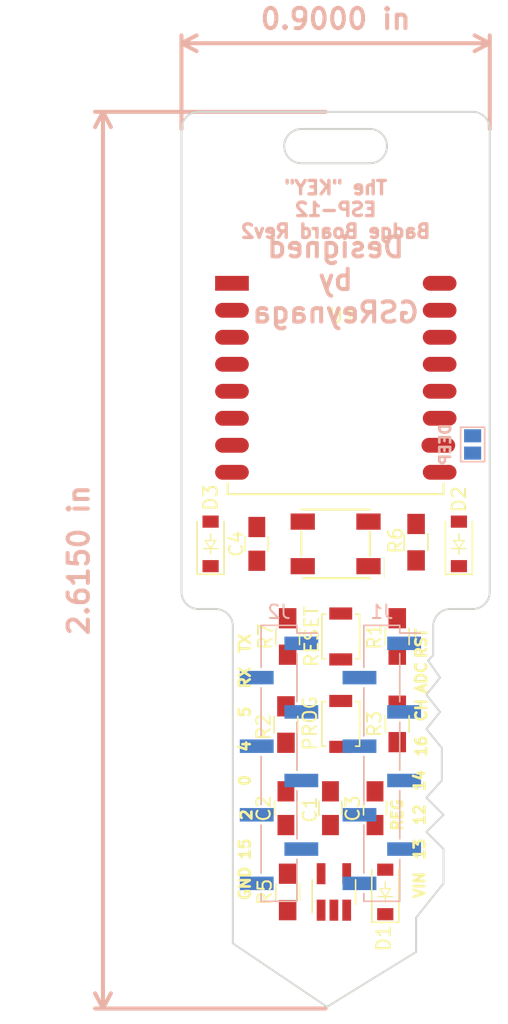
<source format=kicad_pcb>
(kicad_pcb (version 20171130) (host pcbnew 5.0-dev-unknown-d043ef5~62~ubuntu16.04.1)

  (general
    (thickness 1.6)
    (drawings 61)
    (tracks 0)
    (zones 0)
    (modules 21)
    (nets 24)
  )

  (page A4)
  (layers
    (0 F.Cu signal)
    (31 B.Cu signal)
    (32 B.Adhes user)
    (33 F.Adhes user)
    (34 B.Paste user)
    (35 F.Paste user)
    (36 B.SilkS user)
    (37 F.SilkS user)
    (38 B.Mask user)
    (39 F.Mask user)
    (40 Dwgs.User user)
    (41 Cmts.User user)
    (42 Eco1.User user)
    (43 Eco2.User user)
    (44 Edge.Cuts user)
    (45 Margin user)
    (46 B.CrtYd user)
    (47 F.CrtYd user)
    (48 B.Fab user)
    (49 F.Fab user)
  )

  (setup
    (last_trace_width 0.508)
    (user_trace_width 0.1524)
    (user_trace_width 0.2032)
    (user_trace_width 0.4064)
    (user_trace_width 0.508)
    (user_trace_width 0.6096)
    (user_trace_width 0.8128)
    (user_trace_width 1.016)
    (user_trace_width 1.9812)
    (trace_clearance 0.1524)
    (zone_clearance 0.1524)
    (zone_45_only yes)
    (trace_min 0.1524)
    (segment_width 0.2)
    (edge_width 0.15)
    (via_size 0.6858)
    (via_drill 0.3302)
    (via_min_size 0.6858)
    (via_min_drill 0.3302)
    (uvia_size 0.762)
    (uvia_drill 0.508)
    (uvias_allowed no)
    (uvia_min_size 0)
    (uvia_min_drill 0)
    (pcb_text_width 0.3)
    (pcb_text_size 1.5 1.5)
    (mod_edge_width 0.15)
    (mod_text_size 1 1)
    (mod_text_width 0.15)
    (pad_size 1.524 1.524)
    (pad_drill 0.762)
    (pad_to_mask_clearance 0.2)
    (aux_axis_origin 0 0)
    (visible_elements FFFFBFFF)
    (pcbplotparams
      (layerselection 0x010fc_ffffffff)
      (usegerberextensions false)
      (usegerberattributes true)
      (usegerberadvancedattributes false)
      (creategerberjobfile false)
      (excludeedgelayer true)
      (linewidth 0.100000)
      (plotframeref false)
      (viasonmask false)
      (mode 1)
      (useauxorigin false)
      (hpglpennumber 1)
      (hpglpenspeed 20)
      (hpglpendiameter 15)
      (psnegative false)
      (psa4output false)
      (plotreference true)
      (plotvalue true)
      (plotinvisibletext false)
      (padsonsilk false)
      (subtractmaskfromsilk false)
      (outputformat 1)
      (mirror false)
      (drillshape 0)
      (scaleselection 1)
      (outputdirectory /home/greynaga/Documents/Proyectos/KiCad/ESP12-Break-Complete/gerbers/))
  )

  (net 0 "")
  (net 1 /ADC)
  (net 2 /CH_PD)
  (net 3 /GPIO16)
  (net 4 /GPIO14)
  (net 5 /GPIO12)
  (net 6 /GPIO13)
  (net 7 /3.3V)
  (net 8 /GND)
  (net 9 /GPIO15)
  (net 10 /GPIO2)
  (net 11 /GPIO0)
  (net 12 /GPIO4)
  (net 13 /GPIO5)
  (net 14 /RXD)
  (net 15 /TXD)
  (net 16 "Net-(U2-Pad4)")
  (net 17 "Net-(C2-Pad1)")
  (net 18 /VIN)
  (net 19 "Net-(R5-Pad2)")
  (net 20 /RESET_5V)
  (net 21 /RESET)
  (net 22 /RXD_5V)
  (net 23 "Net-(LED1-Pad4)")

  (net_class Default "This is the default net class."
    (clearance 0.1524)
    (trace_width 0.1524)
    (via_dia 0.6858)
    (via_drill 0.3302)
    (uvia_dia 0.762)
    (uvia_drill 0.508)
    (add_net /3.3V)
    (add_net /ADC)
    (add_net /CH_PD)
    (add_net /GND)
    (add_net /GPIO0)
    (add_net /GPIO12)
    (add_net /GPIO13)
    (add_net /GPIO14)
    (add_net /GPIO15)
    (add_net /GPIO16)
    (add_net /GPIO2)
    (add_net /GPIO4)
    (add_net /GPIO5)
    (add_net /RESET)
    (add_net /RESET_5V)
    (add_net /RXD)
    (add_net /RXD_5V)
    (add_net /TXD)
    (add_net /VIN)
    (add_net "Net-(C2-Pad1)")
    (add_net "Net-(LED1-Pad4)")
    (add_net "Net-(R5-Pad2)")
    (add_net "Net-(U2-Pad4)")
  )

  (net_class Power ""
    (clearance 0.1524)
    (trace_width 0.6096)
    (via_dia 0.6858)
    (via_drill 0.3302)
    (uvia_dia 0.762)
    (uvia_drill 0.508)
  )

  (module Pin_Headers:Pin_Header_Straight_1x08_Pitch2.54mm_SMD_Pin1Left (layer B.Cu) (tedit 59650532) (tstamp 59FD389B)
    (at 136.775 92.71 180)
    (descr "surface-mounted straight pin header, 1x08, 2.54mm pitch, single row, style 1 (pin 1 left)")
    (tags "Surface mounted pin header SMD 1x08 2.54mm single row style1 pin1 left")
    (path /59DA4456)
    (attr smd)
    (fp_text reference J2 (at 0 11.22 180) (layer B.SilkS)
      (effects (font (size 1 1) (thickness 0.15)) (justify mirror))
    )
    (fp_text value CONN_01X08 (at -10.541 -10.414 180) (layer B.Fab)
      (effects (font (size 1 1) (thickness 0.15)) (justify mirror))
    )
    (fp_text user %R (at 0 0 90) (layer B.Fab)
      (effects (font (size 1 1) (thickness 0.15)) (justify mirror))
    )
    (fp_line (start 3.45 10.7) (end -3.45 10.7) (layer B.CrtYd) (width 0.05))
    (fp_line (start 3.45 -10.7) (end 3.45 10.7) (layer B.CrtYd) (width 0.05))
    (fp_line (start -3.45 -10.7) (end 3.45 -10.7) (layer B.CrtYd) (width 0.05))
    (fp_line (start -3.45 10.7) (end -3.45 -10.7) (layer B.CrtYd) (width 0.05))
    (fp_line (start -1.33 -7.11) (end -1.33 -10.22) (layer B.SilkS) (width 0.12))
    (fp_line (start -1.33 -2.03) (end -1.33 -5.59) (layer B.SilkS) (width 0.12))
    (fp_line (start -1.33 3.05) (end -1.33 -0.51) (layer B.SilkS) (width 0.12))
    (fp_line (start -1.33 8.13) (end -1.33 4.57) (layer B.SilkS) (width 0.12))
    (fp_line (start 1.33 -4.57) (end 1.33 -8.13) (layer B.SilkS) (width 0.12))
    (fp_line (start 1.33 0.51) (end 1.33 -3.05) (layer B.SilkS) (width 0.12))
    (fp_line (start 1.33 5.59) (end 1.33 2.03) (layer B.SilkS) (width 0.12))
    (fp_line (start 1.33 -9.65) (end 1.33 -10.22) (layer B.SilkS) (width 0.12))
    (fp_line (start -1.33 10.22) (end -1.33 9.65) (layer B.SilkS) (width 0.12))
    (fp_line (start -1.33 9.65) (end -2.85 9.65) (layer B.SilkS) (width 0.12))
    (fp_line (start 1.33 10.22) (end 1.33 7.11) (layer B.SilkS) (width 0.12))
    (fp_line (start -1.33 -10.22) (end 1.33 -10.22) (layer B.SilkS) (width 0.12))
    (fp_line (start -1.33 10.22) (end 1.33 10.22) (layer B.SilkS) (width 0.12))
    (fp_line (start 2.54 -9.21) (end 1.27 -9.21) (layer B.Fab) (width 0.1))
    (fp_line (start 2.54 -8.57) (end 2.54 -9.21) (layer B.Fab) (width 0.1))
    (fp_line (start 1.27 -8.57) (end 2.54 -8.57) (layer B.Fab) (width 0.1))
    (fp_line (start 2.54 -4.13) (end 1.27 -4.13) (layer B.Fab) (width 0.1))
    (fp_line (start 2.54 -3.49) (end 2.54 -4.13) (layer B.Fab) (width 0.1))
    (fp_line (start 1.27 -3.49) (end 2.54 -3.49) (layer B.Fab) (width 0.1))
    (fp_line (start 2.54 0.95) (end 1.27 0.95) (layer B.Fab) (width 0.1))
    (fp_line (start 2.54 1.59) (end 2.54 0.95) (layer B.Fab) (width 0.1))
    (fp_line (start 1.27 1.59) (end 2.54 1.59) (layer B.Fab) (width 0.1))
    (fp_line (start 2.54 6.03) (end 1.27 6.03) (layer B.Fab) (width 0.1))
    (fp_line (start 2.54 6.67) (end 2.54 6.03) (layer B.Fab) (width 0.1))
    (fp_line (start 1.27 6.67) (end 2.54 6.67) (layer B.Fab) (width 0.1))
    (fp_line (start -2.54 -6.67) (end -1.27 -6.67) (layer B.Fab) (width 0.1))
    (fp_line (start -2.54 -6.03) (end -2.54 -6.67) (layer B.Fab) (width 0.1))
    (fp_line (start -1.27 -6.03) (end -2.54 -6.03) (layer B.Fab) (width 0.1))
    (fp_line (start -2.54 -1.59) (end -1.27 -1.59) (layer B.Fab) (width 0.1))
    (fp_line (start -2.54 -0.95) (end -2.54 -1.59) (layer B.Fab) (width 0.1))
    (fp_line (start -1.27 -0.95) (end -2.54 -0.95) (layer B.Fab) (width 0.1))
    (fp_line (start -2.54 3.49) (end -1.27 3.49) (layer B.Fab) (width 0.1))
    (fp_line (start -2.54 4.13) (end -2.54 3.49) (layer B.Fab) (width 0.1))
    (fp_line (start -1.27 4.13) (end -2.54 4.13) (layer B.Fab) (width 0.1))
    (fp_line (start -2.54 8.57) (end -1.27 8.57) (layer B.Fab) (width 0.1))
    (fp_line (start -2.54 9.21) (end -2.54 8.57) (layer B.Fab) (width 0.1))
    (fp_line (start -1.27 9.21) (end -2.54 9.21) (layer B.Fab) (width 0.1))
    (fp_line (start 1.27 10.16) (end 1.27 -10.16) (layer B.Fab) (width 0.1))
    (fp_line (start -1.27 9.21) (end -0.32 10.16) (layer B.Fab) (width 0.1))
    (fp_line (start -1.27 -10.16) (end -1.27 9.21) (layer B.Fab) (width 0.1))
    (fp_line (start -0.32 10.16) (end 1.27 10.16) (layer B.Fab) (width 0.1))
    (fp_line (start 1.27 -10.16) (end -1.27 -10.16) (layer B.Fab) (width 0.1))
    (pad 8 smd rect (at 1.655 -8.89 180) (size 2.51 1) (layers B.Cu B.Paste B.Mask)
      (net 8 /GND))
    (pad 6 smd rect (at 1.655 -3.81 180) (size 2.51 1) (layers B.Cu B.Paste B.Mask)
      (net 10 /GPIO2))
    (pad 4 smd rect (at 1.655 1.27 180) (size 2.51 1) (layers B.Cu B.Paste B.Mask)
      (net 12 /GPIO4))
    (pad 2 smd rect (at 1.655 6.35 180) (size 2.51 1) (layers B.Cu B.Paste B.Mask)
      (net 22 /RXD_5V))
    (pad 7 smd rect (at -1.655 -6.35 180) (size 2.51 1) (layers B.Cu B.Paste B.Mask)
      (net 9 /GPIO15))
    (pad 5 smd rect (at -1.655 -1.27 180) (size 2.51 1) (layers B.Cu B.Paste B.Mask)
      (net 11 /GPIO0))
    (pad 3 smd rect (at -1.655 3.81 180) (size 2.51 1) (layers B.Cu B.Paste B.Mask)
      (net 13 /GPIO5))
    (pad 1 smd rect (at -1.655 8.89 180) (size 2.51 1) (layers B.Cu B.Paste B.Mask)
      (net 15 /TXD))
    (model ${KISYS3DMOD}/Pin_Headers.3dshapes/Pin_Header_Straight_1x08_Pitch2.54mm_SMD_Pin1Left.wrl
      (at (xyz 0 0 0))
      (scale (xyz 1 1 1))
      (rotate (xyz 0 0 0))
    )
  )

  (module ESP8266:ESP-12S_SMD (layer F.Cu) (tedit 597EAC42) (tstamp 59FD38C3)
    (at 133.985 57.15)
    (descr "Module, ESP-8266, ESP-12, 16 pad, SMD")
    (tags "Module ESP-8266 ESP8266")
    (path /59DA4360)
    (attr smd)
    (fp_text reference U1 (at 7.493 2.413) (layer F.SilkS)
      (effects (font (size 1 1) (thickness 0.15)))
    )
    (fp_text value ESP-12 (at 8 1) (layer F.Fab)
      (effects (font (size 1 1) (thickness 0.15)))
    )
    (fp_line (start -2.25 -0.5) (end -2.25 -8.75) (layer F.CrtYd) (width 0.05))
    (fp_line (start -2.25 -8.75) (end 15.25 -8.75) (layer F.CrtYd) (width 0.05))
    (fp_line (start 15.25 -8.75) (end 16.25 -8.75) (layer F.CrtYd) (width 0.05))
    (fp_line (start 16.25 -8.75) (end 16.25 16) (layer F.CrtYd) (width 0.05))
    (fp_line (start 16.25 16) (end -2.25 16) (layer F.CrtYd) (width 0.05))
    (fp_line (start -2.25 16) (end -2.25 -0.5) (layer F.CrtYd) (width 0.05))
    (fp_line (start -1.016 -8.382) (end 14.986 -8.382) (layer F.CrtYd) (width 0.1524))
    (fp_line (start 14.986 -8.382) (end 14.986 -0.889) (layer F.CrtYd) (width 0.1524))
    (fp_line (start -1.016 -8.382) (end -1.016 -1.016) (layer F.CrtYd) (width 0.1524))
    (fp_line (start -1.016 14.859) (end -1.016 15.621) (layer F.SilkS) (width 0.1524))
    (fp_line (start -1.016 15.621) (end 14.986 15.621) (layer F.SilkS) (width 0.1524))
    (fp_line (start 14.986 15.621) (end 14.986 14.859) (layer F.SilkS) (width 0.1524))
    (fp_line (start 14.992 -8.4) (end -1.008 -2.6) (layer F.CrtYd) (width 0.1524))
    (fp_line (start -1.008 -8.4) (end 14.992 -2.6) (layer F.CrtYd) (width 0.1524))
    (fp_text user "No Copper" (at 6.892 -5.4) (layer F.CrtYd)
      (effects (font (size 1 1) (thickness 0.15)))
    )
    (fp_line (start -1.008 -2.6) (end 14.992 -2.6) (layer F.CrtYd) (width 0.1524))
    (fp_line (start 15 -8.4) (end 15 15.6) (layer F.Fab) (width 0.05))
    (fp_line (start 14.992 15.6) (end -1.008 15.6) (layer F.Fab) (width 0.05))
    (fp_line (start -1.008 15.6) (end -1.008 -8.4) (layer F.Fab) (width 0.05))
    (fp_line (start -1.008 -8.4) (end 14.992 -8.4) (layer F.Fab) (width 0.05))
    (pad 1 smd rect (at 0 0) (size 2.5 1.1) (drill (offset -0.7 0)) (layers F.Cu F.Paste F.Mask)
      (net 21 /RESET))
    (pad 2 smd oval (at 0 2) (size 2.5 1.1) (drill (offset -0.7 0)) (layers F.Cu F.Paste F.Mask)
      (net 1 /ADC))
    (pad 3 smd oval (at 0 4) (size 2.5 1.1) (drill (offset -0.7 0)) (layers F.Cu F.Paste F.Mask)
      (net 2 /CH_PD))
    (pad 4 smd oval (at 0 6) (size 2.5 1.1) (drill (offset -0.7 0)) (layers F.Cu F.Paste F.Mask)
      (net 3 /GPIO16))
    (pad 5 smd oval (at 0 8) (size 2.5 1.1) (drill (offset -0.7 0)) (layers F.Cu F.Paste F.Mask)
      (net 4 /GPIO14))
    (pad 6 smd oval (at 0 10) (size 2.5 1.1) (drill (offset -0.7 0)) (layers F.Cu F.Paste F.Mask)
      (net 5 /GPIO12))
    (pad 7 smd oval (at 0 12) (size 2.5 1.1) (drill (offset -0.7 0)) (layers F.Cu F.Paste F.Mask)
      (net 6 /GPIO13))
    (pad 8 smd oval (at 0 14) (size 2.5 1.1) (drill (offset -0.7 0)) (layers F.Cu F.Paste F.Mask)
      (net 7 /3.3V))
    (pad 9 smd oval (at 14 14) (size 2.5 1.1) (drill (offset 0.7 0)) (layers F.Cu F.Paste F.Mask)
      (net 8 /GND))
    (pad 10 smd oval (at 14 12) (size 2.5 1.1) (drill (offset 0.6 0)) (layers F.Cu F.Paste F.Mask)
      (net 9 /GPIO15))
    (pad 11 smd oval (at 14 10) (size 2.5 1.1) (drill (offset 0.7 0)) (layers F.Cu F.Paste F.Mask)
      (net 10 /GPIO2))
    (pad 12 smd oval (at 14 8) (size 2.5 1.1) (drill (offset 0.7 0)) (layers F.Cu F.Paste F.Mask)
      (net 11 /GPIO0))
    (pad 13 smd oval (at 14 6) (size 2.5 1.1) (drill (offset 0.7 0)) (layers F.Cu F.Paste F.Mask)
      (net 12 /GPIO4))
    (pad 14 smd oval (at 14 4) (size 2.5 1.1) (drill (offset 0.7 0)) (layers F.Cu F.Paste F.Mask)
      (net 13 /GPIO5))
    (pad 15 smd oval (at 14 2) (size 2.5 1.1) (drill (offset 0.7 0)) (layers F.Cu F.Paste F.Mask)
      (net 14 /RXD))
    (pad 16 smd oval (at 14 0) (size 2.5 1.1) (drill (offset 0.7 0)) (layers F.Cu F.Paste F.Mask)
      (net 15 /TXD))
    (model ${KISYS3DMOD}/ESP8266.3dshapes/ESP-12S.wrl
      (offset (xyz -0.9999999849815068 -15.49999976721336 0.4999999924907534))
      (scale (xyz 0.3937 0.3937 0.3937))
      (rotate (xyz -90 0 0))
    )
  )

  (module Capacitors_SMD:C_0805_HandSoldering (layer F.Cu) (tedit 58AA84A8) (tstamp 59FE989E)
    (at 140.589 96.032 90)
    (descr "Capacitor SMD 0805, hand soldering")
    (tags "capacitor 0805")
    (path /5A911132)
    (attr smd)
    (fp_text reference C1 (at -0.107 -1.524 90) (layer F.SilkS)
      (effects (font (size 1 1) (thickness 0.15)))
    )
    (fp_text value 1uF (at 0.02 -1.778 90) (layer F.Fab)
      (effects (font (size 1 1) (thickness 0.15)))
    )
    (fp_line (start 2.25 0.87) (end -2.25 0.87) (layer F.CrtYd) (width 0.05))
    (fp_line (start 2.25 0.87) (end 2.25 -0.88) (layer F.CrtYd) (width 0.05))
    (fp_line (start -2.25 -0.88) (end -2.25 0.87) (layer F.CrtYd) (width 0.05))
    (fp_line (start -2.25 -0.88) (end 2.25 -0.88) (layer F.CrtYd) (width 0.05))
    (fp_line (start -0.5 0.85) (end 0.5 0.85) (layer F.SilkS) (width 0.12))
    (fp_line (start 0.5 -0.85) (end -0.5 -0.85) (layer F.SilkS) (width 0.12))
    (fp_line (start -1 -0.62) (end 1 -0.62) (layer F.Fab) (width 0.1))
    (fp_line (start 1 -0.62) (end 1 0.62) (layer F.Fab) (width 0.1))
    (fp_line (start 1 0.62) (end -1 0.62) (layer F.Fab) (width 0.1))
    (fp_line (start -1 0.62) (end -1 -0.62) (layer F.Fab) (width 0.1))
    (fp_text user %R (at -0.107 -1.524 90) (layer F.Fab)
      (effects (font (size 1 1) (thickness 0.15)))
    )
    (pad 2 smd rect (at 1.25 0 90) (size 1.5 1.25) (layers F.Cu F.Paste F.Mask)
      (net 8 /GND))
    (pad 1 smd rect (at -1.25 0 90) (size 1.5 1.25) (layers F.Cu F.Paste F.Mask)
      (net 7 /3.3V))
    (model Capacitors_SMD.3dshapes/C_0805.wrl
      (at (xyz 0 0 0))
      (scale (xyz 1 1 1))
      (rotate (xyz 0 0 0))
    )
  )

  (module Resistors_SMD:R_0805_HandSoldering (layer F.Cu) (tedit 58E0A804) (tstamp 59FE98BD)
    (at 145.542 83.312 90)
    (descr "Resistor SMD 0805, hand soldering")
    (tags "resistor 0805")
    (path /59E1902F)
    (attr smd)
    (fp_text reference R1 (at 0 -1.7 90) (layer F.SilkS)
      (effects (font (size 1 1) (thickness 0.15)))
    )
    (fp_text value 10k (at 0 1.75 90) (layer F.Fab)
      (effects (font (size 1 1) (thickness 0.15)))
    )
    (fp_line (start 2.35 0.9) (end -2.35 0.9) (layer F.CrtYd) (width 0.05))
    (fp_line (start 2.35 0.9) (end 2.35 -0.9) (layer F.CrtYd) (width 0.05))
    (fp_line (start -2.35 -0.9) (end -2.35 0.9) (layer F.CrtYd) (width 0.05))
    (fp_line (start -2.35 -0.9) (end 2.35 -0.9) (layer F.CrtYd) (width 0.05))
    (fp_line (start -0.6 -0.88) (end 0.6 -0.88) (layer F.SilkS) (width 0.12))
    (fp_line (start 0.6 0.88) (end -0.6 0.88) (layer F.SilkS) (width 0.12))
    (fp_line (start -1 -0.62) (end 1 -0.62) (layer F.Fab) (width 0.1))
    (fp_line (start 1 -0.62) (end 1 0.62) (layer F.Fab) (width 0.1))
    (fp_line (start 1 0.62) (end -1 0.62) (layer F.Fab) (width 0.1))
    (fp_line (start -1 0.62) (end -1 -0.62) (layer F.Fab) (width 0.1))
    (fp_text user %R (at 0 0 90) (layer F.Fab)
      (effects (font (size 0.5 0.5) (thickness 0.075)))
    )
    (pad 2 smd rect (at 1.35 0 90) (size 1.5 1.3) (layers F.Cu F.Paste F.Mask)
      (net 2 /CH_PD))
    (pad 1 smd rect (at -1.35 0 90) (size 1.5 1.3) (layers F.Cu F.Paste F.Mask)
      (net 7 /3.3V))
    (model ${KISYS3DMOD}/Resistors_SMD.3dshapes/R_0805.wrl
      (at (xyz 0 0 0))
      (scale (xyz 1 1 1))
      (rotate (xyz 0 0 0))
    )
  )

  (module Resistors_SMD:R_0805_HandSoldering (layer F.Cu) (tedit 58E0A804) (tstamp 59FE98CE)
    (at 137.287 89.836 270)
    (descr "Resistor SMD 0805, hand soldering")
    (tags "resistor 0805")
    (path /5A91721C)
    (attr smd)
    (fp_text reference R2 (at 0.174 1.651 270) (layer F.SilkS)
      (effects (font (size 1 1) (thickness 0.15)))
    )
    (fp_text value 10k (at 0.047 -1.651 270) (layer F.Fab)
      (effects (font (size 1 1) (thickness 0.15)))
    )
    (fp_text user %R (at 0 0 270) (layer F.Fab)
      (effects (font (size 0.5 0.5) (thickness 0.075)))
    )
    (fp_line (start -1 0.62) (end -1 -0.62) (layer F.Fab) (width 0.1))
    (fp_line (start 1 0.62) (end -1 0.62) (layer F.Fab) (width 0.1))
    (fp_line (start 1 -0.62) (end 1 0.62) (layer F.Fab) (width 0.1))
    (fp_line (start -1 -0.62) (end 1 -0.62) (layer F.Fab) (width 0.1))
    (fp_line (start 0.6 0.88) (end -0.6 0.88) (layer F.SilkS) (width 0.12))
    (fp_line (start -0.6 -0.88) (end 0.6 -0.88) (layer F.SilkS) (width 0.12))
    (fp_line (start -2.35 -0.9) (end 2.35 -0.9) (layer F.CrtYd) (width 0.05))
    (fp_line (start -2.35 -0.9) (end -2.35 0.9) (layer F.CrtYd) (width 0.05))
    (fp_line (start 2.35 0.9) (end 2.35 -0.9) (layer F.CrtYd) (width 0.05))
    (fp_line (start 2.35 0.9) (end -2.35 0.9) (layer F.CrtYd) (width 0.05))
    (pad 1 smd rect (at -1.35 0 270) (size 1.5 1.3) (layers F.Cu F.Paste F.Mask)
      (net 11 /GPIO0))
    (pad 2 smd rect (at 1.35 0 270) (size 1.5 1.3) (layers F.Cu F.Paste F.Mask)
      (net 7 /3.3V))
    (model ${KISYS3DMOD}/Resistors_SMD.3dshapes/R_0805.wrl
      (at (xyz 0 0 0))
      (scale (xyz 1 1 1))
      (rotate (xyz 0 0 0))
    )
  )

  (module Resistors_SMD:R_0805_HandSoldering (layer F.Cu) (tedit 58E0A804) (tstamp 59FE98DF)
    (at 145.542 89.789 90)
    (descr "Resistor SMD 0805, hand soldering")
    (tags "resistor 0805")
    (path /59E19151)
    (attr smd)
    (fp_text reference R3 (at 0 -1.7 90) (layer F.SilkS)
      (effects (font (size 1 1) (thickness 0.15)))
    )
    (fp_text value 10k (at 0 1.75 90) (layer F.Fab)
      (effects (font (size 1 1) (thickness 0.15)))
    )
    (fp_line (start 2.35 0.9) (end -2.35 0.9) (layer F.CrtYd) (width 0.05))
    (fp_line (start 2.35 0.9) (end 2.35 -0.9) (layer F.CrtYd) (width 0.05))
    (fp_line (start -2.35 -0.9) (end -2.35 0.9) (layer F.CrtYd) (width 0.05))
    (fp_line (start -2.35 -0.9) (end 2.35 -0.9) (layer F.CrtYd) (width 0.05))
    (fp_line (start -0.6 -0.88) (end 0.6 -0.88) (layer F.SilkS) (width 0.12))
    (fp_line (start 0.6 0.88) (end -0.6 0.88) (layer F.SilkS) (width 0.12))
    (fp_line (start -1 -0.62) (end 1 -0.62) (layer F.Fab) (width 0.1))
    (fp_line (start 1 -0.62) (end 1 0.62) (layer F.Fab) (width 0.1))
    (fp_line (start 1 0.62) (end -1 0.62) (layer F.Fab) (width 0.1))
    (fp_line (start -1 0.62) (end -1 -0.62) (layer F.Fab) (width 0.1))
    (fp_text user %R (at 0 0 90) (layer F.Fab)
      (effects (font (size 0.5 0.5) (thickness 0.075)))
    )
    (pad 2 smd rect (at 1.35 0 90) (size 1.5 1.3) (layers F.Cu F.Paste F.Mask)
      (net 7 /3.3V))
    (pad 1 smd rect (at -1.35 0 90) (size 1.5 1.3) (layers F.Cu F.Paste F.Mask)
      (net 21 /RESET))
    (model ${KISYS3DMOD}/Resistors_SMD.3dshapes/R_0805.wrl
      (at (xyz 0 0 0))
      (scale (xyz 1 1 1))
      (rotate (xyz 0 0 0))
    )
  )

  (module TO_SOT_Packages_SMD:SOT-23-5_HandSoldering (layer F.Cu) (tedit 5A8DEBE9) (tstamp 59FE9905)
    (at 140.843 102.235 90)
    (descr "5-pin SOT23 package")
    (tags "SOT-23-5 hand-soldering")
    (path /59E3910A)
    (attr smd)
    (fp_text reference U2 (at 1.1384 -2.4663 90) (layer F.SilkS) hide
      (effects (font (size 0.8 0.8) (thickness 0.15)))
    )
    (fp_text value AP2112K-3.3TRG1 (at 0.047 11.75 90) (layer F.Fab)
      (effects (font (size 1 1) (thickness 0.15)))
    )
    (fp_line (start 2.38 1.8) (end -2.38 1.8) (layer F.CrtYd) (width 0.05))
    (fp_line (start 2.38 1.8) (end 2.38 -1.8) (layer F.CrtYd) (width 0.05))
    (fp_line (start -2.38 -1.8) (end -2.38 1.8) (layer F.CrtYd) (width 0.05))
    (fp_line (start -2.38 -1.8) (end 2.38 -1.8) (layer F.CrtYd) (width 0.05))
    (fp_line (start 0.9 -1.55) (end 0.9 1.55) (layer F.Fab) (width 0.1))
    (fp_line (start 0.9 1.55) (end -0.9 1.55) (layer F.Fab) (width 0.1))
    (fp_line (start -0.9 -0.9) (end -0.9 1.55) (layer F.Fab) (width 0.1))
    (fp_line (start 0.9 -1.55) (end -0.25 -1.55) (layer F.Fab) (width 0.1))
    (fp_line (start -0.9 -0.9) (end -0.25 -1.55) (layer F.Fab) (width 0.1))
    (fp_line (start 0.9 -1.61) (end -1.55 -1.61) (layer F.SilkS) (width 0.12))
    (fp_line (start -0.9 1.61) (end 0.9 1.61) (layer F.SilkS) (width 0.12))
    (fp_text user %R (at 0 0 -180) (layer F.Fab)
      (effects (font (size 0.5 0.5) (thickness 0.075)))
    )
    (pad 5 smd rect (at 1.35 -0.95 90) (size 1.56 0.65) (layers F.Cu F.Paste F.Mask)
      (net 7 /3.3V))
    (pad 4 smd rect (at 1.35 0.95 90) (size 1.56 0.65) (layers F.Cu F.Paste F.Mask)
      (net 16 "Net-(U2-Pad4)"))
    (pad 3 smd rect (at -1.35 0.95 90) (size 1.56 0.65) (layers F.Cu F.Paste F.Mask)
      (net 19 "Net-(R5-Pad2)"))
    (pad 2 smd rect (at -1.35 0 90) (size 1.56 0.65) (layers F.Cu F.Paste F.Mask)
      (net 8 /GND))
    (pad 1 smd rect (at -1.35 -0.95 90) (size 1.56 0.65) (layers F.Cu F.Paste F.Mask)
      (net 17 "Net-(C2-Pad1)"))
    (model ${KISYS3DMOD}/TO_SOT_Packages_SMD.3dshapes/SOT-23-5.wrl
      (at (xyz 0 0 0))
      (scale (xyz 1 1 1))
      (rotate (xyz 0 0 0))
    )
  )

  (module Capacitors_SMD:C_0805_HandSoldering (layer F.Cu) (tedit 58AA84A8) (tstamp 59E3BC1F)
    (at 137.287 96.032 270)
    (descr "Capacitor SMD 0805, hand soldering")
    (tags "capacitor 0805")
    (path /59E39F0B)
    (attr smd)
    (fp_text reference C2 (at 0.02 1.651 270) (layer F.SilkS)
      (effects (font (size 1 1) (thickness 0.15)))
    )
    (fp_text value 10uF (at -0.107 -1.651 270) (layer F.Fab)
      (effects (font (size 1 1) (thickness 0.15)))
    )
    (fp_text user %R (at 0.02 1.651 270) (layer F.Fab)
      (effects (font (size 1 1) (thickness 0.15)))
    )
    (fp_line (start -1 0.62) (end -1 -0.62) (layer F.Fab) (width 0.1))
    (fp_line (start 1 0.62) (end -1 0.62) (layer F.Fab) (width 0.1))
    (fp_line (start 1 -0.62) (end 1 0.62) (layer F.Fab) (width 0.1))
    (fp_line (start -1 -0.62) (end 1 -0.62) (layer F.Fab) (width 0.1))
    (fp_line (start 0.5 -0.85) (end -0.5 -0.85) (layer F.SilkS) (width 0.12))
    (fp_line (start -0.5 0.85) (end 0.5 0.85) (layer F.SilkS) (width 0.12))
    (fp_line (start -2.25 -0.88) (end 2.25 -0.88) (layer F.CrtYd) (width 0.05))
    (fp_line (start -2.25 -0.88) (end -2.25 0.87) (layer F.CrtYd) (width 0.05))
    (fp_line (start 2.25 0.87) (end 2.25 -0.88) (layer F.CrtYd) (width 0.05))
    (fp_line (start 2.25 0.87) (end -2.25 0.87) (layer F.CrtYd) (width 0.05))
    (pad 1 smd rect (at -1.25 0 270) (size 1.5 1.25) (layers F.Cu F.Paste F.Mask)
      (net 17 "Net-(C2-Pad1)"))
    (pad 2 smd rect (at 1.25 0 270) (size 1.5 1.25) (layers F.Cu F.Paste F.Mask)
      (net 8 /GND))
    (model Capacitors_SMD.3dshapes/C_0805.wrl
      (at (xyz 0 0 0))
      (scale (xyz 1 1 1))
      (rotate (xyz 0 0 0))
    )
  )

  (module Capacitors_SMD:C_0805_HandSoldering (layer F.Cu) (tedit 58AA84A8) (tstamp 59E3BC30)
    (at 143.891 96.032 270)
    (descr "Capacitor SMD 0805, hand soldering")
    (tags "capacitor 0805")
    (path /59E39EB5)
    (attr smd)
    (fp_text reference C3 (at 0.02 1.651 270) (layer F.SilkS)
      (effects (font (size 1 1) (thickness 0.15)))
    )
    (fp_text value 10uF (at 0 -1.778 270) (layer F.Fab)
      (effects (font (size 1 1) (thickness 0.15)))
    )
    (fp_line (start 2.25 0.87) (end -2.25 0.87) (layer F.CrtYd) (width 0.05))
    (fp_line (start 2.25 0.87) (end 2.25 -0.88) (layer F.CrtYd) (width 0.05))
    (fp_line (start -2.25 -0.88) (end -2.25 0.87) (layer F.CrtYd) (width 0.05))
    (fp_line (start -2.25 -0.88) (end 2.25 -0.88) (layer F.CrtYd) (width 0.05))
    (fp_line (start -0.5 0.85) (end 0.5 0.85) (layer F.SilkS) (width 0.12))
    (fp_line (start 0.5 -0.85) (end -0.5 -0.85) (layer F.SilkS) (width 0.12))
    (fp_line (start -1 -0.62) (end 1 -0.62) (layer F.Fab) (width 0.1))
    (fp_line (start 1 -0.62) (end 1 0.62) (layer F.Fab) (width 0.1))
    (fp_line (start 1 0.62) (end -1 0.62) (layer F.Fab) (width 0.1))
    (fp_line (start -1 0.62) (end -1 -0.62) (layer F.Fab) (width 0.1))
    (fp_text user %R (at 0.02 1.651 270) (layer F.Fab)
      (effects (font (size 1 1) (thickness 0.15)))
    )
    (pad 2 smd rect (at 1.25 0 270) (size 1.5 1.25) (layers F.Cu F.Paste F.Mask)
      (net 8 /GND))
    (pad 1 smd rect (at -1.25 0 270) (size 1.5 1.25) (layers F.Cu F.Paste F.Mask)
      (net 7 /3.3V))
    (model Capacitors_SMD.3dshapes/C_0805.wrl
      (at (xyz 0 0 0))
      (scale (xyz 1 1 1))
      (rotate (xyz 0 0 0))
    )
  )

  (module Resistors_SMD:R_0805_HandSoldering (layer F.Cu) (tedit 58E0A804) (tstamp 59E3BC5A)
    (at 137.414 102.235 90)
    (descr "Resistor SMD 0805, hand soldering")
    (tags "resistor 0805")
    (path /59E3A03B)
    (attr smd)
    (fp_text reference R5 (at 0 -1.7 90) (layer F.SilkS)
      (effects (font (size 1 1) (thickness 0.15)))
    )
    (fp_text value 10k (at 0 1.75 90) (layer F.Fab)
      (effects (font (size 1 1) (thickness 0.15)))
    )
    (fp_line (start 2.35 0.9) (end -2.35 0.9) (layer F.CrtYd) (width 0.05))
    (fp_line (start 2.35 0.9) (end 2.35 -0.9) (layer F.CrtYd) (width 0.05))
    (fp_line (start -2.35 -0.9) (end -2.35 0.9) (layer F.CrtYd) (width 0.05))
    (fp_line (start -2.35 -0.9) (end 2.35 -0.9) (layer F.CrtYd) (width 0.05))
    (fp_line (start -0.6 -0.88) (end 0.6 -0.88) (layer F.SilkS) (width 0.12))
    (fp_line (start 0.6 0.88) (end -0.6 0.88) (layer F.SilkS) (width 0.12))
    (fp_line (start -1 -0.62) (end 1 -0.62) (layer F.Fab) (width 0.1))
    (fp_line (start 1 -0.62) (end 1 0.62) (layer F.Fab) (width 0.1))
    (fp_line (start 1 0.62) (end -1 0.62) (layer F.Fab) (width 0.1))
    (fp_line (start -1 0.62) (end -1 -0.62) (layer F.Fab) (width 0.1))
    (fp_text user %R (at 0 0 90) (layer F.Fab)
      (effects (font (size 0.5 0.5) (thickness 0.075)))
    )
    (pad 2 smd rect (at 1.35 0 90) (size 1.5 1.3) (layers F.Cu F.Paste F.Mask)
      (net 19 "Net-(R5-Pad2)"))
    (pad 1 smd rect (at -1.35 0 90) (size 1.5 1.3) (layers F.Cu F.Paste F.Mask)
      (net 17 "Net-(C2-Pad1)"))
    (model ${KISYS3DMOD}/Resistors_SMD.3dshapes/R_0805.wrl
      (at (xyz 0 0 0))
      (scale (xyz 1 1 1))
      (rotate (xyz 0 0 0))
    )
  )

  (module Connectors:GS2 (layer B.Cu) (tedit 5A8DEBA2) (tstamp 5A8DDB0C)
    (at 151.13 69.088 180)
    (descr "2-pin solder bridge")
    (tags "solder bridge")
    (path /59E37127)
    (attr smd)
    (fp_text reference J3 (at 1.78 0 270) (layer B.SilkS) hide
      (effects (font (size 1 1) (thickness 0.15)) (justify mirror))
    )
    (fp_text value GS2 (at -1.8 0 90) (layer B.Fab)
      (effects (font (size 1 1) (thickness 0.15)) (justify mirror))
    )
    (fp_line (start -0.89 1.27) (end 0.89 1.27) (layer B.SilkS) (width 0.12))
    (fp_line (start 0.89 -1.27) (end -0.89 -1.27) (layer B.SilkS) (width 0.12))
    (fp_line (start 0.89 -1.27) (end 0.89 1.27) (layer B.SilkS) (width 0.12))
    (fp_line (start -0.89 1.27) (end -0.89 -1.27) (layer B.SilkS) (width 0.12))
    (fp_line (start -1.1 1.45) (end 1.1 1.45) (layer B.CrtYd) (width 0.05))
    (fp_line (start -1.1 -1.5) (end -1.1 1.45) (layer B.CrtYd) (width 0.05))
    (fp_line (start 1.1 -1.5) (end -1.1 -1.5) (layer B.CrtYd) (width 0.05))
    (fp_line (start 1.1 1.45) (end 1.1 -1.5) (layer B.CrtYd) (width 0.05))
    (pad 2 smd rect (at 0 -0.64 180) (size 1.27 0.97) (layers B.Cu B.Paste B.Mask)
      (net 9 /GPIO15))
    (pad 1 smd rect (at 0 0.64 180) (size 1.27 0.97) (layers B.Cu B.Paste B.Mask)
      (net 21 /RESET))
  )

  (module Pin_Headers:Pin_Header_Straight_1x08_Pitch2.54mm_SMD_Pin1Left (layer B.Cu) (tedit 59650532) (tstamp 59FD387F)
    (at 144.395 92.71 180)
    (descr "surface-mounted straight pin header, 1x08, 2.54mm pitch, single row, style 1 (pin 1 left)")
    (tags "Surface mounted pin header SMD 1x08 2.54mm single row style1 pin1 left")
    (path /59DA44DE)
    (attr smd)
    (fp_text reference J1 (at 0 11.22 180) (layer B.SilkS)
      (effects (font (size 1 1) (thickness 0.15)) (justify mirror))
    )
    (fp_text value CONN_01X08 (at -6.1 0.254 270) (layer B.Fab)
      (effects (font (size 1 1) (thickness 0.15)) (justify mirror))
    )
    (fp_text user %R (at 0 0 90) (layer B.Fab)
      (effects (font (size 1 1) (thickness 0.15)) (justify mirror))
    )
    (fp_line (start 3.45 10.7) (end -3.45 10.7) (layer B.CrtYd) (width 0.05))
    (fp_line (start 3.45 -10.7) (end 3.45 10.7) (layer B.CrtYd) (width 0.05))
    (fp_line (start -3.45 -10.7) (end 3.45 -10.7) (layer B.CrtYd) (width 0.05))
    (fp_line (start -3.45 10.7) (end -3.45 -10.7) (layer B.CrtYd) (width 0.05))
    (fp_line (start -1.33 -7.11) (end -1.33 -10.22) (layer B.SilkS) (width 0.12))
    (fp_line (start -1.33 -2.03) (end -1.33 -5.59) (layer B.SilkS) (width 0.12))
    (fp_line (start -1.33 3.05) (end -1.33 -0.51) (layer B.SilkS) (width 0.12))
    (fp_line (start -1.33 8.13) (end -1.33 4.57) (layer B.SilkS) (width 0.12))
    (fp_line (start 1.33 -4.57) (end 1.33 -8.13) (layer B.SilkS) (width 0.12))
    (fp_line (start 1.33 0.51) (end 1.33 -3.05) (layer B.SilkS) (width 0.12))
    (fp_line (start 1.33 5.59) (end 1.33 2.03) (layer B.SilkS) (width 0.12))
    (fp_line (start 1.33 -9.65) (end 1.33 -10.22) (layer B.SilkS) (width 0.12))
    (fp_line (start -1.33 10.22) (end -1.33 9.65) (layer B.SilkS) (width 0.12))
    (fp_line (start -1.33 9.65) (end -2.85 9.65) (layer B.SilkS) (width 0.12))
    (fp_line (start 1.33 10.22) (end 1.33 7.11) (layer B.SilkS) (width 0.12))
    (fp_line (start -1.33 -10.22) (end 1.33 -10.22) (layer B.SilkS) (width 0.12))
    (fp_line (start -1.33 10.22) (end 1.33 10.22) (layer B.SilkS) (width 0.12))
    (fp_line (start 2.54 -9.21) (end 1.27 -9.21) (layer B.Fab) (width 0.1))
    (fp_line (start 2.54 -8.57) (end 2.54 -9.21) (layer B.Fab) (width 0.1))
    (fp_line (start 1.27 -8.57) (end 2.54 -8.57) (layer B.Fab) (width 0.1))
    (fp_line (start 2.54 -4.13) (end 1.27 -4.13) (layer B.Fab) (width 0.1))
    (fp_line (start 2.54 -3.49) (end 2.54 -4.13) (layer B.Fab) (width 0.1))
    (fp_line (start 1.27 -3.49) (end 2.54 -3.49) (layer B.Fab) (width 0.1))
    (fp_line (start 2.54 0.95) (end 1.27 0.95) (layer B.Fab) (width 0.1))
    (fp_line (start 2.54 1.59) (end 2.54 0.95) (layer B.Fab) (width 0.1))
    (fp_line (start 1.27 1.59) (end 2.54 1.59) (layer B.Fab) (width 0.1))
    (fp_line (start 2.54 6.03) (end 1.27 6.03) (layer B.Fab) (width 0.1))
    (fp_line (start 2.54 6.67) (end 2.54 6.03) (layer B.Fab) (width 0.1))
    (fp_line (start 1.27 6.67) (end 2.54 6.67) (layer B.Fab) (width 0.1))
    (fp_line (start -2.54 -6.67) (end -1.27 -6.67) (layer B.Fab) (width 0.1))
    (fp_line (start -2.54 -6.03) (end -2.54 -6.67) (layer B.Fab) (width 0.1))
    (fp_line (start -1.27 -6.03) (end -2.54 -6.03) (layer B.Fab) (width 0.1))
    (fp_line (start -2.54 -1.59) (end -1.27 -1.59) (layer B.Fab) (width 0.1))
    (fp_line (start -2.54 -0.95) (end -2.54 -1.59) (layer B.Fab) (width 0.1))
    (fp_line (start -1.27 -0.95) (end -2.54 -0.95) (layer B.Fab) (width 0.1))
    (fp_line (start -2.54 3.49) (end -1.27 3.49) (layer B.Fab) (width 0.1))
    (fp_line (start -2.54 4.13) (end -2.54 3.49) (layer B.Fab) (width 0.1))
    (fp_line (start -1.27 4.13) (end -2.54 4.13) (layer B.Fab) (width 0.1))
    (fp_line (start -2.54 8.57) (end -1.27 8.57) (layer B.Fab) (width 0.1))
    (fp_line (start -2.54 9.21) (end -2.54 8.57) (layer B.Fab) (width 0.1))
    (fp_line (start -1.27 9.21) (end -2.54 9.21) (layer B.Fab) (width 0.1))
    (fp_line (start 1.27 10.16) (end 1.27 -10.16) (layer B.Fab) (width 0.1))
    (fp_line (start -1.27 9.21) (end -0.32 10.16) (layer B.Fab) (width 0.1))
    (fp_line (start -1.27 -10.16) (end -1.27 9.21) (layer B.Fab) (width 0.1))
    (fp_line (start -0.32 10.16) (end 1.27 10.16) (layer B.Fab) (width 0.1))
    (fp_line (start 1.27 -10.16) (end -1.27 -10.16) (layer B.Fab) (width 0.1))
    (pad 8 smd rect (at 1.655 -8.89 180) (size 2.51 1) (layers B.Cu B.Paste B.Mask)
      (net 18 /VIN))
    (pad 6 smd rect (at 1.655 -3.81 180) (size 2.51 1) (layers B.Cu B.Paste B.Mask)
      (net 5 /GPIO12))
    (pad 4 smd rect (at 1.655 1.27 180) (size 2.51 1) (layers B.Cu B.Paste B.Mask)
      (net 3 /GPIO16))
    (pad 2 smd rect (at 1.655 6.35 180) (size 2.51 1) (layers B.Cu B.Paste B.Mask)
      (net 1 /ADC))
    (pad 7 smd rect (at -1.655 -6.35 180) (size 2.51 1) (layers B.Cu B.Paste B.Mask)
      (net 6 /GPIO13))
    (pad 5 smd rect (at -1.655 -1.27 180) (size 2.51 1) (layers B.Cu B.Paste B.Mask)
      (net 4 /GPIO14))
    (pad 3 smd rect (at -1.655 3.81 180) (size 2.51 1) (layers B.Cu B.Paste B.Mask)
      (net 2 /CH_PD))
    (pad 1 smd rect (at -1.655 8.89 180) (size 2.51 1) (layers B.Cu B.Paste B.Mask)
      (net 20 /RESET_5V))
    (model ${KISYS3DMOD}/Pin_Headers.3dshapes/Pin_Header_Straight_1x08_Pitch2.54mm_SMD_Pin1Left.wrl
      (at (xyz 0 0 0))
      (scale (xyz 1 1 1))
      (rotate (xyz 0 0 0))
    )
  )

  (module OSHwi:D_SOD-123 (layer F.Cu) (tedit 5A90EC13) (tstamp 5A9398BE)
    (at 144.653 102.235 90)
    (descr SOD-123)
    (tags SOD-123)
    (path /59E3D88A)
    (attr smd)
    (fp_text reference D1 (at -3.429 -0.127 90) (layer F.SilkS)
      (effects (font (size 1 1) (thickness 0.15)))
    )
    (fp_text value MBR120 (at 0 -2.286 90) (layer F.Fab) hide
      (effects (font (size 1 1) (thickness 0.15)))
    )
    (fp_line (start -0.75 0) (end -0.35 0) (layer F.SilkS) (width 0.1))
    (fp_line (start -0.35 0) (end -0.35 -0.55) (layer F.SilkS) (width 0.1))
    (fp_line (start -0.35 0) (end -0.35 0.55) (layer F.SilkS) (width 0.1))
    (fp_line (start -0.35 0) (end 0.25 -0.4) (layer F.SilkS) (width 0.1))
    (fp_line (start 0.25 -0.4) (end 0.25 0.4) (layer F.SilkS) (width 0.1))
    (fp_line (start 0.25 0.4) (end -0.35 0) (layer F.SilkS) (width 0.1))
    (fp_line (start 0.25 0) (end 0.75 0) (layer F.SilkS) (width 0.1))
    (fp_text user %R (at -3.429 -0.127 90) (layer F.Fab)
      (effects (font (size 1 1) (thickness 0.15)))
    )
    (fp_line (start -2.25 -1) (end -2.25 1) (layer F.SilkS) (width 0.12))
    (fp_line (start 0.25 0) (end 0.75 0) (layer F.Fab) (width 0.1))
    (fp_line (start 0.25 0.4) (end -0.35 0) (layer F.Fab) (width 0.1))
    (fp_line (start 0.25 -0.4) (end 0.25 0.4) (layer F.Fab) (width 0.1))
    (fp_line (start -0.35 0) (end 0.25 -0.4) (layer F.Fab) (width 0.1))
    (fp_line (start -0.35 0) (end -0.35 0.55) (layer F.Fab) (width 0.1))
    (fp_line (start -0.35 0) (end -0.35 -0.55) (layer F.Fab) (width 0.1))
    (fp_line (start -0.75 0) (end -0.35 0) (layer F.Fab) (width 0.1))
    (fp_line (start -1.4 0.9) (end -1.4 -0.9) (layer F.Fab) (width 0.1))
    (fp_line (start 1.4 0.9) (end -1.4 0.9) (layer F.Fab) (width 0.1))
    (fp_line (start 1.4 -0.9) (end 1.4 0.9) (layer F.Fab) (width 0.1))
    (fp_line (start -1.4 -0.9) (end 1.4 -0.9) (layer F.Fab) (width 0.1))
    (fp_line (start -2.35 -1.15) (end 2.35 -1.15) (layer F.CrtYd) (width 0.05))
    (fp_line (start 2.35 -1.15) (end 2.35 1.15) (layer F.CrtYd) (width 0.05))
    (fp_line (start 2.35 1.15) (end -2.35 1.15) (layer F.CrtYd) (width 0.05))
    (fp_line (start -2.35 -1.15) (end -2.35 1.15) (layer F.CrtYd) (width 0.05))
    (fp_line (start -2.25 1) (end 1.65 1) (layer F.SilkS) (width 0.12))
    (fp_line (start -2.25 -1) (end 1.65 -1) (layer F.SilkS) (width 0.12))
    (pad 1 smd rect (at -1.65 0 90) (size 0.9 1.2) (layers F.Cu F.Paste F.Mask)
      (net 17 "Net-(C2-Pad1)"))
    (pad 2 smd rect (at 1.65 0 90) (size 0.9 1.2) (layers F.Cu F.Paste F.Mask)
      (net 18 /VIN))
    (model ${KISYS3DMOD}/Diodes_SMD.3dshapes/D_SOD-123.wrl
      (at (xyz 0 0 0))
      (scale (xyz 1 1 1))
      (rotate (xyz 0 0 0))
    )
  )

  (module OSHwi:D_SOD-123 (layer F.Cu) (tedit 59C6BA48) (tstamp 5A9398FC)
    (at 150.114 76.454 90)
    (descr SOD-123)
    (tags SOD-123)
    (path /5A917918)
    (attr smd)
    (fp_text reference D2 (at 3.302 0 90) (layer F.SilkS)
      (effects (font (size 1 1) (thickness 0.15)))
    )
    (fp_text value 1N4148 (at -0.127 -2.286 270) (layer F.Fab) hide
      (effects (font (size 1 1) (thickness 0.15)))
    )
    (fp_line (start -0.75 0) (end -0.35 0) (layer F.SilkS) (width 0.1))
    (fp_line (start -0.35 0) (end -0.35 -0.55) (layer F.SilkS) (width 0.1))
    (fp_line (start -0.35 0) (end -0.35 0.55) (layer F.SilkS) (width 0.1))
    (fp_line (start -0.35 0) (end 0.25 -0.4) (layer F.SilkS) (width 0.1))
    (fp_line (start 0.25 -0.4) (end 0.25 0.4) (layer F.SilkS) (width 0.1))
    (fp_line (start 0.25 0.4) (end -0.35 0) (layer F.SilkS) (width 0.1))
    (fp_line (start 0.25 0) (end 0.75 0) (layer F.SilkS) (width 0.1))
    (fp_text user %R (at 3.302 0 270) (layer F.Fab)
      (effects (font (size 1 1) (thickness 0.15)))
    )
    (fp_line (start -2.25 -1) (end -2.25 1) (layer F.SilkS) (width 0.12))
    (fp_line (start 0.25 0) (end 0.75 0) (layer F.Fab) (width 0.1))
    (fp_line (start 0.25 0.4) (end -0.35 0) (layer F.Fab) (width 0.1))
    (fp_line (start 0.25 -0.4) (end 0.25 0.4) (layer F.Fab) (width 0.1))
    (fp_line (start -0.35 0) (end 0.25 -0.4) (layer F.Fab) (width 0.1))
    (fp_line (start -0.35 0) (end -0.35 0.55) (layer F.Fab) (width 0.1))
    (fp_line (start -0.35 0) (end -0.35 -0.55) (layer F.Fab) (width 0.1))
    (fp_line (start -0.75 0) (end -0.35 0) (layer F.Fab) (width 0.1))
    (fp_line (start -1.4 0.9) (end -1.4 -0.9) (layer F.Fab) (width 0.1))
    (fp_line (start 1.4 0.9) (end -1.4 0.9) (layer F.Fab) (width 0.1))
    (fp_line (start 1.4 -0.9) (end 1.4 0.9) (layer F.Fab) (width 0.1))
    (fp_line (start -1.4 -0.9) (end 1.4 -0.9) (layer F.Fab) (width 0.1))
    (fp_line (start -2.35 -1.15) (end 2.35 -1.15) (layer F.CrtYd) (width 0.05))
    (fp_line (start 2.35 -1.15) (end 2.35 1.15) (layer F.CrtYd) (width 0.05))
    (fp_line (start 2.35 1.15) (end -2.35 1.15) (layer F.CrtYd) (width 0.05))
    (fp_line (start -2.35 -1.15) (end -2.35 1.15) (layer F.CrtYd) (width 0.05))
    (fp_line (start -2.25 1) (end 1.65 1) (layer F.SilkS) (width 0.12))
    (fp_line (start -2.25 -1) (end 1.65 -1) (layer F.SilkS) (width 0.12))
    (pad 1 smd rect (at -1.65 0 90) (size 0.9 1.2) (layers F.Cu F.Paste F.Mask)
      (net 20 /RESET_5V))
    (pad 2 smd rect (at 1.65 0 90) (size 0.9 1.2) (layers F.Cu F.Paste F.Mask)
      (net 21 /RESET))
    (model ${KISYS3DMOD}/Diodes_SMD.3dshapes/D_SOD-123.wrl
      (at (xyz 0 0 0))
      (scale (xyz 1 1 1))
      (rotate (xyz 0 0 0))
    )
  )

  (module OSHwi:D_SOD-123 (layer F.Cu) (tedit 59C6BA48) (tstamp 5A93991C)
    (at 131.699 76.454 90)
    (descr SOD-123)
    (tags SOD-123)
    (path /5A9185CE)
    (attr smd)
    (fp_text reference D3 (at 3.429 0 90) (layer F.SilkS)
      (effects (font (size 1 1) (thickness 0.15)))
    )
    (fp_text value 1N4148 (at 0.001 -2.159 -90) (layer F.Fab) hide
      (effects (font (size 1 1) (thickness 0.15)))
    )
    (fp_line (start -0.75 0) (end -0.35 0) (layer F.SilkS) (width 0.1))
    (fp_line (start -0.35 0) (end -0.35 -0.55) (layer F.SilkS) (width 0.1))
    (fp_line (start -0.35 0) (end -0.35 0.55) (layer F.SilkS) (width 0.1))
    (fp_line (start -0.35 0) (end 0.25 -0.4) (layer F.SilkS) (width 0.1))
    (fp_line (start 0.25 -0.4) (end 0.25 0.4) (layer F.SilkS) (width 0.1))
    (fp_line (start 0.25 0.4) (end -0.35 0) (layer F.SilkS) (width 0.1))
    (fp_line (start 0.25 0) (end 0.75 0) (layer F.SilkS) (width 0.1))
    (fp_text user %R (at 3.429 0 90) (layer F.Fab)
      (effects (font (size 1 1) (thickness 0.15)))
    )
    (fp_line (start -2.25 -1) (end -2.25 1) (layer F.SilkS) (width 0.12))
    (fp_line (start 0.25 0) (end 0.75 0) (layer F.Fab) (width 0.1))
    (fp_line (start 0.25 0.4) (end -0.35 0) (layer F.Fab) (width 0.1))
    (fp_line (start 0.25 -0.4) (end 0.25 0.4) (layer F.Fab) (width 0.1))
    (fp_line (start -0.35 0) (end 0.25 -0.4) (layer F.Fab) (width 0.1))
    (fp_line (start -0.35 0) (end -0.35 0.55) (layer F.Fab) (width 0.1))
    (fp_line (start -0.35 0) (end -0.35 -0.55) (layer F.Fab) (width 0.1))
    (fp_line (start -0.75 0) (end -0.35 0) (layer F.Fab) (width 0.1))
    (fp_line (start -1.4 0.9) (end -1.4 -0.9) (layer F.Fab) (width 0.1))
    (fp_line (start 1.4 0.9) (end -1.4 0.9) (layer F.Fab) (width 0.1))
    (fp_line (start 1.4 -0.9) (end 1.4 0.9) (layer F.Fab) (width 0.1))
    (fp_line (start -1.4 -0.9) (end 1.4 -0.9) (layer F.Fab) (width 0.1))
    (fp_line (start -2.35 -1.15) (end 2.35 -1.15) (layer F.CrtYd) (width 0.05))
    (fp_line (start 2.35 -1.15) (end 2.35 1.15) (layer F.CrtYd) (width 0.05))
    (fp_line (start 2.35 1.15) (end -2.35 1.15) (layer F.CrtYd) (width 0.05))
    (fp_line (start -2.35 -1.15) (end -2.35 1.15) (layer F.CrtYd) (width 0.05))
    (fp_line (start -2.25 1) (end 1.65 1) (layer F.SilkS) (width 0.12))
    (fp_line (start -2.25 -1) (end 1.65 -1) (layer F.SilkS) (width 0.12))
    (pad 1 smd rect (at -1.65 0 90) (size 0.9 1.2) (layers F.Cu F.Paste F.Mask)
      (net 22 /RXD_5V))
    (pad 2 smd rect (at 1.65 0 90) (size 0.9 1.2) (layers F.Cu F.Paste F.Mask)
      (net 14 /RXD))
    (model ${KISYS3DMOD}/Diodes_SMD.3dshapes/D_SOD-123.wrl
      (at (xyz 0 0 0))
      (scale (xyz 1 1 1))
      (rotate (xyz 0 0 0))
    )
  )

  (module Resistors_SMD:R_0805_HandSoldering (layer F.Cu) (tedit 58E0A804) (tstamp 5A93992D)
    (at 146.939 76.327 90)
    (descr "Resistor SMD 0805, hand soldering")
    (tags "resistor 0805")
    (path /5A90F58D)
    (attr smd)
    (fp_text reference R6 (at 0.127 -1.524 90) (layer F.SilkS)
      (effects (font (size 1 1) (thickness 0.15)))
    )
    (fp_text value 10k (at 0 1.75 90) (layer F.Fab)
      (effects (font (size 1 1) (thickness 0.15)))
    )
    (fp_line (start 2.35 0.9) (end -2.35 0.9) (layer F.CrtYd) (width 0.05))
    (fp_line (start 2.35 0.9) (end 2.35 -0.9) (layer F.CrtYd) (width 0.05))
    (fp_line (start -2.35 -0.9) (end -2.35 0.9) (layer F.CrtYd) (width 0.05))
    (fp_line (start -2.35 -0.9) (end 2.35 -0.9) (layer F.CrtYd) (width 0.05))
    (fp_line (start -0.6 -0.88) (end 0.6 -0.88) (layer F.SilkS) (width 0.12))
    (fp_line (start 0.6 0.88) (end -0.6 0.88) (layer F.SilkS) (width 0.12))
    (fp_line (start -1 -0.62) (end 1 -0.62) (layer F.Fab) (width 0.1))
    (fp_line (start 1 -0.62) (end 1 0.62) (layer F.Fab) (width 0.1))
    (fp_line (start 1 0.62) (end -1 0.62) (layer F.Fab) (width 0.1))
    (fp_line (start -1 0.62) (end -1 -0.62) (layer F.Fab) (width 0.1))
    (fp_text user %R (at 0 0 90) (layer F.Fab)
      (effects (font (size 0.5 0.5) (thickness 0.075)))
    )
    (pad 2 smd rect (at 1.35 0 90) (size 1.5 1.3) (layers F.Cu F.Paste F.Mask)
      (net 10 /GPIO2))
    (pad 1 smd rect (at -1.35 0 90) (size 1.5 1.3) (layers F.Cu F.Paste F.Mask)
      (net 7 /3.3V))
    (model ${KISYS3DMOD}/Resistors_SMD.3dshapes/R_0805.wrl
      (at (xyz 0 0 0))
      (scale (xyz 1 1 1))
      (rotate (xyz 0 0 0))
    )
  )

  (module Resistors_SMD:R_0805_HandSoldering (layer F.Cu) (tedit 58E0A804) (tstamp 5A93993E)
    (at 137.414 83.312 270)
    (descr "Resistor SMD 0805, hand soldering")
    (tags "resistor 0805")
    (path /5A90FD8C)
    (attr smd)
    (fp_text reference R7 (at 0 1.651 270) (layer F.SilkS)
      (effects (font (size 1 1) (thickness 0.15)))
    )
    (fp_text value 10k (at 0.047 -1.651 270) (layer F.Fab)
      (effects (font (size 1 1) (thickness 0.15)))
    )
    (fp_line (start 2.35 0.9) (end -2.35 0.9) (layer F.CrtYd) (width 0.05))
    (fp_line (start 2.35 0.9) (end 2.35 -0.9) (layer F.CrtYd) (width 0.05))
    (fp_line (start -2.35 -0.9) (end -2.35 0.9) (layer F.CrtYd) (width 0.05))
    (fp_line (start -2.35 -0.9) (end 2.35 -0.9) (layer F.CrtYd) (width 0.05))
    (fp_line (start -0.6 -0.88) (end 0.6 -0.88) (layer F.SilkS) (width 0.12))
    (fp_line (start 0.6 0.88) (end -0.6 0.88) (layer F.SilkS) (width 0.12))
    (fp_line (start -1 -0.62) (end 1 -0.62) (layer F.Fab) (width 0.1))
    (fp_line (start 1 -0.62) (end 1 0.62) (layer F.Fab) (width 0.1))
    (fp_line (start 1 0.62) (end -1 0.62) (layer F.Fab) (width 0.1))
    (fp_line (start -1 0.62) (end -1 -0.62) (layer F.Fab) (width 0.1))
    (fp_text user %R (at 0 0 270) (layer F.Fab)
      (effects (font (size 0.5 0.5) (thickness 0.075)))
    )
    (pad 2 smd rect (at 1.35 0 270) (size 1.5 1.3) (layers F.Cu F.Paste F.Mask)
      (net 9 /GPIO15))
    (pad 1 smd rect (at -1.35 0 270) (size 1.5 1.3) (layers F.Cu F.Paste F.Mask)
      (net 8 /GND))
    (model ${KISYS3DMOD}/Resistors_SMD.3dshapes/R_0805.wrl
      (at (xyz 0 0 0))
      (scale (xyz 1 1 1))
      (rotate (xyz 0 0 0))
    )
  )

  (module OSHwi:SW_SPST_B3U-1000P (layer F.Cu) (tedit 5A90D87C) (tstamp 5A939954)
    (at 141.351 83.312 90)
    (descr "Ultra-small-sized Tactile Switch with High Contact Reliability, Top-actuated Model, without Ground Terminal, without Boss")
    (tags "Tactile Switch")
    (path /5A90CF8A)
    (attr smd)
    (fp_text reference RESET (at 0 -2.159 90) (layer F.SilkS) hide
      (effects (font (size 1 1) (thickness 0.15)))
    )
    (fp_text value Switch (at -0.15 -4 90) (layer F.Fab) hide
      (effects (font (size 1 1) (thickness 0.15)))
    )
    (fp_text user %R (at 0 -2.159 90) (layer F.SilkS)
      (effects (font (size 1 1) (thickness 0.15)))
    )
    (fp_line (start -2.4 1.65) (end 2.4 1.65) (layer F.CrtYd) (width 0.05))
    (fp_line (start 2.4 1.65) (end 2.4 -1.65) (layer F.CrtYd) (width 0.05))
    (fp_line (start 2.4 -1.65) (end -2.4 -1.65) (layer F.CrtYd) (width 0.05))
    (fp_line (start -2.4 -1.65) (end -2.4 1.65) (layer F.CrtYd) (width 0.05))
    (fp_line (start -1.65 1.1) (end -1.65 1.4) (layer F.SilkS) (width 0.12))
    (fp_line (start -1.65 1.4) (end 1.65 1.4) (layer F.SilkS) (width 0.12))
    (fp_line (start 1.65 1.4) (end 1.65 1.1) (layer F.SilkS) (width 0.12))
    (fp_line (start -1.65 -1.1) (end -1.65 -1.4) (layer F.SilkS) (width 0.12))
    (fp_line (start -1.65 -1.4) (end 1.65 -1.4) (layer F.SilkS) (width 0.12))
    (fp_line (start 1.65 -1.4) (end 1.65 -1.1) (layer F.SilkS) (width 0.12))
    (fp_line (start -1.5 -1.25) (end 1.5 -1.25) (layer F.Fab) (width 0.1))
    (fp_line (start 1.5 -1.25) (end 1.5 1.25) (layer F.Fab) (width 0.1))
    (fp_line (start 1.5 1.25) (end -1.5 1.25) (layer F.Fab) (width 0.1))
    (fp_line (start -1.5 1.25) (end -1.5 -1.25) (layer F.Fab) (width 0.1))
    (fp_circle (center 0 0) (end 0.75 0) (layer F.Fab) (width 0.1))
    (pad 1 smd rect (at -1.7 0 90) (size 0.9 1.7) (layers F.Cu F.Paste F.Mask)
      (net 21 /RESET))
    (pad 2 smd rect (at 1.7 0 90) (size 0.9 1.7) (layers F.Cu F.Paste F.Mask)
      (net 8 /GND))
    (model ${KISYS3DMOD}/Buttons_Switches_SMD.3dshapes/SWITCH-OMRON-MOMENTARY-SMD-B3U-1000P.wrl
      (offset (xyz 0 0 0.95))
      (scale (xyz 0.85 0.9 0.9))
      (rotate (xyz -90 0 0))
    )
  )

  (module OSHwi:SW_SPST_B3U-1000P (layer F.Cu) (tedit 5A90D870) (tstamp 5A910769)
    (at 141.351 89.789 90)
    (descr "Ultra-small-sized Tactile Switch with High Contact Reliability, Top-actuated Model, without Ground Terminal, without Boss")
    (tags "Tactile Switch")
    (path /5A917224)
    (attr smd)
    (fp_text reference PROG (at 0.049 -2.286 90) (layer F.SilkS)
      (effects (font (size 1 1) (thickness 0.15)))
    )
    (fp_text value Switch (at -0.15 -4 90) (layer F.Fab) hide
      (effects (font (size 1 1) (thickness 0.15)))
    )
    (fp_text user %R (at 0.049 -2.286 90) (layer F.Fab)
      (effects (font (size 1 1) (thickness 0.15)))
    )
    (fp_line (start -2.4 1.65) (end 2.4 1.65) (layer F.CrtYd) (width 0.05))
    (fp_line (start 2.4 1.65) (end 2.4 -1.65) (layer F.CrtYd) (width 0.05))
    (fp_line (start 2.4 -1.65) (end -2.4 -1.65) (layer F.CrtYd) (width 0.05))
    (fp_line (start -2.4 -1.65) (end -2.4 1.65) (layer F.CrtYd) (width 0.05))
    (fp_line (start -1.65 1.1) (end -1.65 1.4) (layer F.SilkS) (width 0.12))
    (fp_line (start -1.65 1.4) (end 1.65 1.4) (layer F.SilkS) (width 0.12))
    (fp_line (start 1.65 1.4) (end 1.65 1.1) (layer F.SilkS) (width 0.12))
    (fp_line (start -1.65 -1.1) (end -1.65 -1.4) (layer F.SilkS) (width 0.12))
    (fp_line (start -1.65 -1.4) (end 1.65 -1.4) (layer F.SilkS) (width 0.12))
    (fp_line (start 1.65 -1.4) (end 1.65 -1.1) (layer F.SilkS) (width 0.12))
    (fp_line (start -1.5 -1.25) (end 1.5 -1.25) (layer F.Fab) (width 0.1))
    (fp_line (start 1.5 -1.25) (end 1.5 1.25) (layer F.Fab) (width 0.1))
    (fp_line (start 1.5 1.25) (end -1.5 1.25) (layer F.Fab) (width 0.1))
    (fp_line (start -1.5 1.25) (end -1.5 -1.25) (layer F.Fab) (width 0.1))
    (fp_circle (center 0 0) (end 0.75 0) (layer F.Fab) (width 0.1))
    (pad 1 smd rect (at -1.7 0 90) (size 0.9 1.7) (layers F.Cu F.Paste F.Mask)
      (net 11 /GPIO0))
    (pad 2 smd rect (at 1.7 0 90) (size 0.9 1.7) (layers F.Cu F.Paste F.Mask)
      (net 8 /GND))
    (model ${KISYS3DMOD}/Buttons_Switches_SMD.3dshapes/SWITCH-OMRON-MOMENTARY-SMD-B3U-1000P.wrl
      (offset (xyz 0 0 0.95))
      (scale (xyz 0.85 0.9 0.9))
      (rotate (xyz -90 0 0))
    )
  )

  (module Capacitors_SMD:C_0805_HandSoldering (layer F.Cu) (tedit 58AA84A8) (tstamp 5A9C0A89)
    (at 135.128 76.454 270)
    (descr "Capacitor SMD 0805, hand soldering")
    (tags "capacitor 0805")
    (path /5A91B0F2)
    (attr smd)
    (fp_text reference C4 (at 0 1.524 270) (layer F.SilkS)
      (effects (font (size 1 1) (thickness 0.15)))
    )
    (fp_text value 1uF (at 0 1.75 270) (layer F.Fab)
      (effects (font (size 1 1) (thickness 0.15)))
    )
    (fp_line (start 2.25 0.87) (end -2.25 0.87) (layer F.CrtYd) (width 0.05))
    (fp_line (start 2.25 0.87) (end 2.25 -0.88) (layer F.CrtYd) (width 0.05))
    (fp_line (start -2.25 -0.88) (end -2.25 0.87) (layer F.CrtYd) (width 0.05))
    (fp_line (start -2.25 -0.88) (end 2.25 -0.88) (layer F.CrtYd) (width 0.05))
    (fp_line (start -0.5 0.85) (end 0.5 0.85) (layer F.SilkS) (width 0.12))
    (fp_line (start 0.5 -0.85) (end -0.5 -0.85) (layer F.SilkS) (width 0.12))
    (fp_line (start -1 -0.62) (end 1 -0.62) (layer F.Fab) (width 0.1))
    (fp_line (start 1 -0.62) (end 1 0.62) (layer F.Fab) (width 0.1))
    (fp_line (start 1 0.62) (end -1 0.62) (layer F.Fab) (width 0.1))
    (fp_line (start -1 0.62) (end -1 -0.62) (layer F.Fab) (width 0.1))
    (fp_text user %R (at 0 1.524 270) (layer F.Fab)
      (effects (font (size 1 1) (thickness 0.15)))
    )
    (pad 2 smd rect (at 1.25 0 270) (size 1.5 1.25) (layers F.Cu F.Paste F.Mask)
      (net 8 /GND))
    (pad 1 smd rect (at -1.25 0 270) (size 1.5 1.25) (layers F.Cu F.Paste F.Mask)
      (net 7 /3.3V))
    (model Capacitors_SMD.3dshapes/C_0805.wrl
      (at (xyz 0 0 0))
      (scale (xyz 1 1 1))
      (rotate (xyz 0 0 0))
    )
  )

  (module OSHwi:WS2812B (layer F.Cu) (tedit 5A90D7AF) (tstamp 5A9C0A9D)
    (at 140.97 76.454)
    (path /5A91AC4E)
    (fp_text reference LED1 (at 0.025 0) (layer F.Fab)
      (effects (font (size 1 1) (thickness 0.15)))
    )
    (fp_text value WS2812B (at -0.2286 3.556) (layer F.Fab) hide
      (effects (font (size 1 1) (thickness 0.15)))
    )
    (fp_line (start 2.413 3.048) (end 3.81 1.143) (layer F.Fab) (width 0.0464))
    (fp_circle (center 2.45 1.65) (end 2.5 1.8) (layer F.Fab) (width 0.05))
    (fp_line (start 3.6 1) (end 3.6 2.5) (layer F.SilkS) (width 0.05))
    (fp_line (start 3.81 1.143) (end 3.81 -2.921) (layer F.Fab) (width 0.05))
    (fp_line (start -3.81 3.048) (end 2.413 3.048) (layer F.Fab) (width 0.05))
    (fp_line (start -3.81 -2.921) (end -3.81 3.048) (layer F.Fab) (width 0.05))
    (fp_line (start 3.81 -2.921) (end -3.81 -2.921) (layer F.Fab) (width 0.05))
    (fp_text user %R (at 0.0254 -3.429) (layer F.SilkS) hide
      (effects (font (size 1 1) (thickness 0.15)))
    )
    (fp_line (start -2.54 -0.889) (end -2.54 0.889) (layer F.SilkS) (width 0.1524))
    (fp_line (start 2.54 2.54) (end -2.413 2.54) (layer F.SilkS) (width 0.1524))
    (fp_line (start -2.54 -2.54) (end 2.54 -2.54) (layer F.SilkS) (width 0.1524))
    (fp_line (start 2.54 -0.889) (end 2.54 0.889) (layer F.SilkS) (width 0.1524))
    (pad 1 smd rect (at 2.4384 1.651) (size 1.8 1.2) (layers F.Cu F.Paste F.Mask)
      (net 8 /GND))
    (pad 2 smd rect (at 2.4384 -1.651) (size 1.8 1.2) (layers F.Cu F.Paste F.Mask)
      (net 10 /GPIO2))
    (pad 3 smd rect (at -2.4384 -1.651) (size 1.8 1.2) (layers F.Cu F.Paste F.Mask)
      (net 7 /3.3V))
    (pad 4 smd rect (at -2.4384 1.651) (size 1.8 1.2) (layers F.Cu F.Paste F.Mask)
      (net 23 "Net-(LED1-Pad4)"))
    (model ${KISYS3DMOD}/LEDs.3dshapes/WS2812B.wrl
      (at (xyz 0 0 0))
      (scale (xyz 0.3937 0.3937 0.3937))
      (rotate (xyz 0 0 90))
    )
  )

  (gr_line (start 148.844 91.567) (end 147.701 90.17) (layer Edge.Cuts) (width 0.15))
  (gr_line (start 146.939 104.14) (end 146.939 106.68) (layer Edge.Cuts) (width 0.15))
  (gr_line (start 146.939 106.68) (end 140.335 110.744) (layer Edge.Cuts) (width 0.15))
  (gr_line (start 147.955 102.87) (end 146.939 104.14) (layer Edge.Cuts) (width 0.15))
  (gr_line (start 148.844 93.98) (end 148.844 91.567) (layer Edge.Cuts) (width 0.15))
  (gr_line (start 148.971 99.06) (end 148.971 101.6) (layer Edge.Cuts) (width 0.15))
  (dimension 66.421 (width 0.3) (layer B.SilkS)
    (gr_text "66.421 mm" (at 122.370365 77.6605 90) (layer B.SilkS)
      (effects (font (size 1.5 1.5) (thickness 0.3)))
    )
    (feature1 (pts (xy 140.230365 44.45) (xy 121.020365 44.45)))
    (feature2 (pts (xy 140.230365 110.871) (xy 121.020365 110.871)))
    (crossbar (pts (xy 123.720365 110.871) (xy 123.720365 44.45)))
    (arrow1a (pts (xy 123.720365 44.45) (xy 124.306786 45.576504)))
    (arrow1b (pts (xy 123.720365 44.45) (xy 123.133944 45.576504)))
    (arrow2a (pts (xy 123.720365 110.871) (xy 124.306786 109.744496)))
    (arrow2b (pts (xy 123.720365 110.871) (xy 123.133944 109.744496)))
  )
  (dimension 22.86 (width 0.3) (layer B.SilkS)
    (gr_text "22.860 mm" (at 140.97 38.02) (layer B.SilkS)
      (effects (font (size 1.5 1.5) (thickness 0.3)))
    )
    (feature1 (pts (xy 152.4 45.72) (xy 152.4 36.67)))
    (feature2 (pts (xy 129.54 45.72) (xy 129.54 36.67)))
    (crossbar (pts (xy 129.54 39.37) (xy 152.4 39.37)))
    (arrow1a (pts (xy 152.4 39.37) (xy 151.273496 39.956421)))
    (arrow1b (pts (xy 152.4 39.37) (xy 151.273496 38.783579)))
    (arrow2a (pts (xy 129.54 39.37) (xy 130.666504 39.956421)))
    (arrow2b (pts (xy 129.54 39.37) (xy 130.666504 38.783579)))
  )
  (gr_line (start 143.51 48.26) (end 138.43 48.26) (layer Edge.Cuts) (width 0.15))
  (gr_line (start 138.43 45.72) (end 143.51 45.72) (layer Edge.Cuts) (width 0.15))
  (gr_arc (start 143.51 46.99) (end 143.51 48.26) (angle -180) (layer Edge.Cuts) (width 0.15) (tstamp 5A90F70C))
  (gr_arc (start 138.43 46.99) (end 138.43 45.72) (angle -180) (layer Edge.Cuts) (width 0.15))
  (gr_line (start 129.54 46.99) (end 129.54 45.72) (layer Edge.Cuts) (width 0.15))
  (gr_line (start 152.4 45.72) (end 152.4 46.99) (layer Edge.Cuts) (width 0.15))
  (gr_line (start 129.54 57.15) (end 129.54 46.99) (layer Edge.Cuts) (width 0.15))
  (gr_line (start 152.4 46.99) (end 152.4 57.15) (layer Edge.Cuts) (width 0.15))
  (gr_line (start 133.35 103.505) (end 133.35 106.045) (layer Edge.Cuts) (width 0.15))
  (gr_text REG (at 145.542 96.52 90) (layer F.SilkS) (tstamp 5AC894D1)
    (effects (font (size 0.8 0.8) (thickness 0.2)))
  )
  (gr_text DEEP (at 149.098 69.088 90) (layer B.SilkS) (tstamp 5AC89489)
    (effects (font (size 0.8 0.8) (thickness 0.2)) (justify mirror))
  )
  (gr_line (start 147.828 85.09) (end 148.209 84.709) (layer Edge.Cuts) (width 0.15))
  (gr_line (start 148.717 86.36) (end 147.828 85.09) (layer Edge.Cuts) (width 0.15))
  (gr_line (start 147.701 87.63) (end 148.717 86.36) (layer Edge.Cuts) (width 0.15))
  (gr_line (start 148.717 88.9) (end 147.701 87.63) (layer Edge.Cuts) (width 0.15))
  (gr_line (start 147.701 90.17) (end 148.717 88.9) (layer Edge.Cuts) (width 0.15))
  (gr_line (start 147.701 95.25) (end 148.844 93.98) (layer Edge.Cuts) (width 0.15))
  (gr_line (start 148.971 96.52) (end 147.701 95.25) (layer Edge.Cuts) (width 0.15))
  (gr_line (start 147.701 97.79) (end 148.971 96.52) (layer Edge.Cuts) (width 0.15))
  (gr_line (start 148.971 99.06) (end 147.701 97.79) (layer Edge.Cuts) (width 0.15))
  (gr_line (start 148.971 101.6) (end 147.955 102.87) (layer Edge.Cuts) (width 0.15))
  (gr_line (start 149.479 81.28) (end 151.13 81.28) (layer Edge.Cuts) (width 0.15))
  (gr_line (start 133.35 106.045) (end 140.335 110.744) (layer Edge.Cuts) (width 0.15))
  (gr_line (start 133.35 82.55) (end 133.35 103.505) (layer Edge.Cuts) (width 0.15))
  (gr_line (start 130.81 81.28) (end 132.08 81.28) (layer Edge.Cuts) (width 0.15))
  (gr_line (start 129.54 57.15) (end 129.54 80.01) (layer Edge.Cuts) (width 0.15))
  (gr_line (start 151.13 44.45) (end 130.81 44.45) (layer Edge.Cuts) (width 0.15) (tstamp 5A90F64C))
  (gr_line (start 152.4 80.01) (end 152.4 57.15) (layer Edge.Cuts) (width 0.15))
  (gr_line (start 148.209 84.709) (end 148.209 82.55) (layer Edge.Cuts) (width 0.15))
  (gr_arc (start 149.479 82.55) (end 149.479 81.28) (angle -90) (layer Edge.Cuts) (width 0.15) (tstamp 59E3AA18))
  (gr_arc (start 132.08 82.55) (end 133.35 82.55) (angle -90) (layer Edge.Cuts) (width 0.15))
  (gr_arc (start 130.81 80.01) (end 129.54 80.01) (angle -90) (layer Edge.Cuts) (width 0.15) (tstamp 59E3A9D9))
  (gr_arc (start 130.81 45.72) (end 130.81 44.45) (angle -90) (layer Edge.Cuts) (width 0.15) (tstamp 59E3A9CE))
  (gr_arc (start 151.13 45.72) (end 152.4 45.72) (angle -90) (layer Edge.Cuts) (width 0.15) (tstamp 59E3A9C5))
  (gr_arc (start 151.13 80.01) (end 151.13 81.28) (angle -90) (layer Edge.Cuts) (width 0.15))
  (gr_text GND (at 134.239 101.6 90) (layer F.SilkS) (tstamp 59EAF860)
    (effects (font (size 0.8 0.8) (thickness 0.2)))
  )
  (gr_text 15 (at 134.239 99.06 90) (layer F.SilkS) (tstamp 59EAF85E)
    (effects (font (size 0.8 0.8) (thickness 0.2)))
  )
  (gr_text 2 (at 134.366 96.52 90) (layer F.SilkS) (tstamp 59EAF85C)
    (effects (font (size 0.8 0.8) (thickness 0.2)))
  )
  (gr_text VIN (at 147.193 101.727 90) (layer F.SilkS) (tstamp 59EAF85A)
    (effects (font (size 0.8 0.8) (thickness 0.2)))
  )
  (gr_text 13 (at 147.193 99.06 90) (layer F.SilkS) (tstamp 59EAF858)
    (effects (font (size 0.8 0.8) (thickness 0.2)))
  )
  (gr_text 12 (at 147.193 96.52 90) (layer F.SilkS) (tstamp 59EAF856)
    (effects (font (size 0.8 0.8) (thickness 0.2)))
  )
  (gr_text 14 (at 147.193 93.98 90) (layer F.SilkS) (tstamp 59EAF842)
    (effects (font (size 0.8 0.8) (thickness 0.2)))
  )
  (gr_text 16 (at 147.32 91.44 90) (layer F.SilkS) (tstamp 59EAF840)
    (effects (font (size 0.8 0.8) (thickness 0.2)))
  )
  (gr_text CH (at 147.32 88.773 90) (layer F.SilkS) (tstamp 59EAF83E)
    (effects (font (size 0.8 0.8) (thickness 0.2)))
  )
  (gr_text 0 (at 134.239 93.98 90) (layer F.SilkS) (tstamp 59EAF83C)
    (effects (font (size 0.8 0.8) (thickness 0.2)))
  )
  (gr_text 4 (at 134.239 91.44 90) (layer F.SilkS) (tstamp 59EAF83A)
    (effects (font (size 0.8 0.8) (thickness 0.2)))
  )
  (gr_text 5 (at 134.239 88.9 90) (layer F.SilkS) (tstamp 59EAF838)
    (effects (font (size 0.8 0.8) (thickness 0.2)))
  )
  (gr_text RX (at 134.239 86.36 90) (layer F.SilkS) (tstamp 59EAF836)
    (effects (font (size 0.8 0.8) (thickness 0.2)))
  )
  (gr_text TX (at 134.239 83.82 90) (layer F.SilkS) (tstamp 59EAF834)
    (effects (font (size 0.8 0.8) (thickness 0.2)))
  )
  (gr_text ADC (at 147.32 86.36 90) (layer F.SilkS) (tstamp 59EAF832)
    (effects (font (size 0.8 0.8) (thickness 0.2)))
  )
  (gr_text "The \"KEY\"\nESP-12\nBadge Board Rev2" (at 140.97 51.689) (layer B.SilkS)
    (effects (font (size 1 1) (thickness 0.25)) (justify mirror))
  )
  (gr_text RST (at 147.32 83.82 90) (layer F.SilkS) (tstamp 59DABE8F)
    (effects (font (size 0.8 0.8) (thickness 0.2)))
  )
  (gr_text "Designed\nby\nGSReynaga" (at 140.97 56.896) (layer B.SilkS)
    (effects (font (size 1.5 1.5) (thickness 0.3)) (justify mirror))
  )

  (zone (net 8) (net_name /GND) (layer F.Cu) (tstamp 59EB7E2D) (hatch edge 0.508)
    (connect_pads (clearance 0.1524))
    (min_thickness 0.254)
    (fill (arc_segments 16) (thermal_gap 0.508) (thermal_bridge_width 0.508))
    (polygon
      (pts
        (xy 153.416 81.661) (xy 149.352 81.661) (xy 148.971 111.887) (xy 132.969 112.014) (xy 132.461 81.915)
        (xy 128.524 81.28) (xy 128.524 55.88) (xy 153.162 55.88)
      )
    )
  )
  (zone (net 8) (net_name /GND) (layer B.Cu) (tstamp 59EB7E2E) (hatch edge 0.508)
    (connect_pads (clearance 0.1524))
    (min_thickness 0.254)
    (fill (arc_segments 16) (thermal_gap 0.508) (thermal_bridge_width 0.508))
    (polygon
      (pts
        (xy 153.289 81.534) (xy 149.352 81.661) (xy 148.844 111.887) (xy 132.842 112.014) (xy 132.461 81.788)
        (xy 128.016 81.28) (xy 128.016 55.88) (xy 153.162 55.626)
      )
    )
  )
)

</source>
